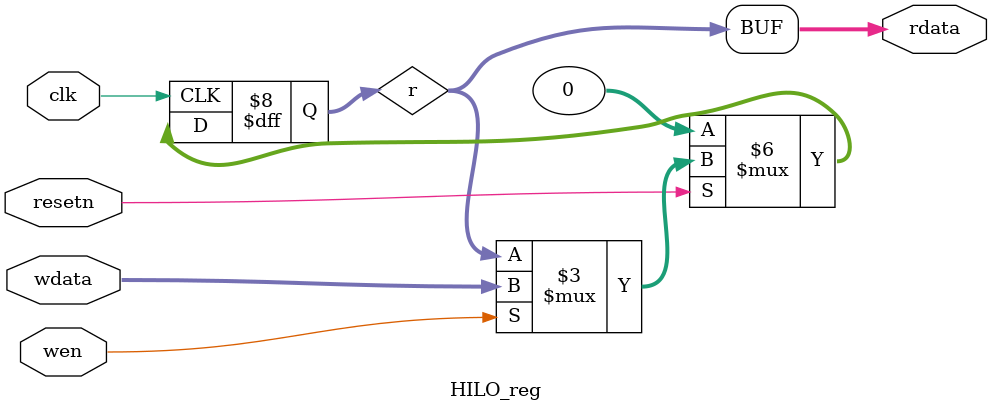
<source format=v>
module HILO_reg(
	input         clk,
	input         resetn,
	input         wen,
	input  [31:0] wdata,
	output [31:0] rdata
);

	// TODO: insert your code      
     reg [31:0] r;  // 32 32-bits registers;
        
    always @ (posedge clk) begin
        if(~resetn)
            r <= 0; // Reset all registers to 0;
        else begin
            if(wen) r <= wdata; // Write under the clock when wen=1;
        end
    end
    assign rdata = r;
endmodule
</source>
